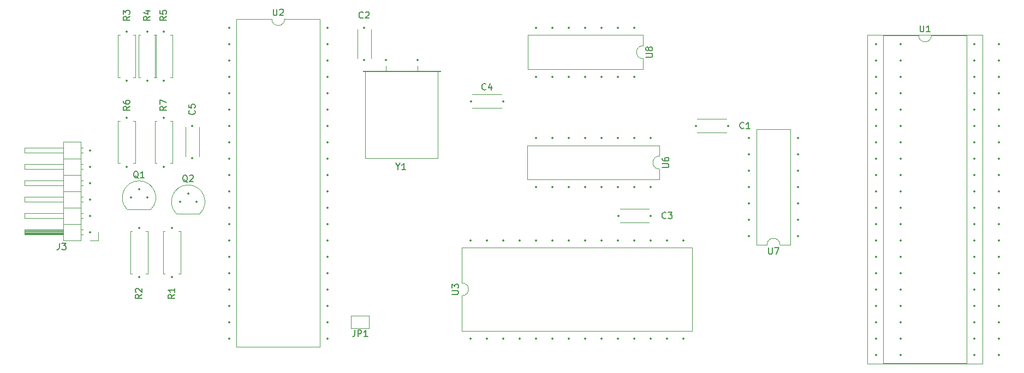
<source format=gto>
%TF.GenerationSoftware,KiCad,Pcbnew,8.0.5+1*%
%TF.CreationDate,2024-10-09T15:07:38+02:00*%
%TF.ProjectId,QL_PC0084A_keyboard_adapter,514c5f50-4330-4303-9834-415f6b657962,0*%
%TF.SameCoordinates,Original*%
%TF.FileFunction,Legend,Top*%
%TF.FilePolarity,Positive*%
%FSLAX46Y46*%
G04 Gerber Fmt 4.6, Leading zero omitted, Abs format (unit mm)*
G04 Created by KiCad (PCBNEW 8.0.5+1) date 2024-10-09 15:07:38*
%MOMM*%
%LPD*%
G01*
G04 APERTURE LIST*
%ADD10C,0.150000*%
%ADD11C,0.120000*%
%ADD12C,0.350000*%
G04 APERTURE END LIST*
D10*
X122428095Y-75864819D02*
X122428095Y-76674342D01*
X122428095Y-76674342D02*
X122475714Y-76769580D01*
X122475714Y-76769580D02*
X122523333Y-76817200D01*
X122523333Y-76817200D02*
X122618571Y-76864819D01*
X122618571Y-76864819D02*
X122809047Y-76864819D01*
X122809047Y-76864819D02*
X122904285Y-76817200D01*
X122904285Y-76817200D02*
X122951904Y-76769580D01*
X122951904Y-76769580D02*
X122999523Y-76674342D01*
X122999523Y-76674342D02*
X122999523Y-75864819D01*
X123428095Y-75960057D02*
X123475714Y-75912438D01*
X123475714Y-75912438D02*
X123570952Y-75864819D01*
X123570952Y-75864819D02*
X123809047Y-75864819D01*
X123809047Y-75864819D02*
X123904285Y-75912438D01*
X123904285Y-75912438D02*
X123951904Y-75960057D01*
X123951904Y-75960057D02*
X123999523Y-76055295D01*
X123999523Y-76055295D02*
X123999523Y-76150533D01*
X123999523Y-76150533D02*
X123951904Y-76293390D01*
X123951904Y-76293390D02*
X123380476Y-76864819D01*
X123380476Y-76864819D02*
X123999523Y-76864819D01*
X180224819Y-83321904D02*
X181034342Y-83321904D01*
X181034342Y-83321904D02*
X181129580Y-83274285D01*
X181129580Y-83274285D02*
X181177200Y-83226666D01*
X181177200Y-83226666D02*
X181224819Y-83131428D01*
X181224819Y-83131428D02*
X181224819Y-82940952D01*
X181224819Y-82940952D02*
X181177200Y-82845714D01*
X181177200Y-82845714D02*
X181129580Y-82798095D01*
X181129580Y-82798095D02*
X181034342Y-82750476D01*
X181034342Y-82750476D02*
X180224819Y-82750476D01*
X180653390Y-82131428D02*
X180605771Y-82226666D01*
X180605771Y-82226666D02*
X180558152Y-82274285D01*
X180558152Y-82274285D02*
X180462914Y-82321904D01*
X180462914Y-82321904D02*
X180415295Y-82321904D01*
X180415295Y-82321904D02*
X180320057Y-82274285D01*
X180320057Y-82274285D02*
X180272438Y-82226666D01*
X180272438Y-82226666D02*
X180224819Y-82131428D01*
X180224819Y-82131428D02*
X180224819Y-81940952D01*
X180224819Y-81940952D02*
X180272438Y-81845714D01*
X180272438Y-81845714D02*
X180320057Y-81798095D01*
X180320057Y-81798095D02*
X180415295Y-81750476D01*
X180415295Y-81750476D02*
X180462914Y-81750476D01*
X180462914Y-81750476D02*
X180558152Y-81798095D01*
X180558152Y-81798095D02*
X180605771Y-81845714D01*
X180605771Y-81845714D02*
X180653390Y-81940952D01*
X180653390Y-81940952D02*
X180653390Y-82131428D01*
X180653390Y-82131428D02*
X180701009Y-82226666D01*
X180701009Y-82226666D02*
X180748628Y-82274285D01*
X180748628Y-82274285D02*
X180843866Y-82321904D01*
X180843866Y-82321904D02*
X181034342Y-82321904D01*
X181034342Y-82321904D02*
X181129580Y-82274285D01*
X181129580Y-82274285D02*
X181177200Y-82226666D01*
X181177200Y-82226666D02*
X181224819Y-82131428D01*
X181224819Y-82131428D02*
X181224819Y-81940952D01*
X181224819Y-81940952D02*
X181177200Y-81845714D01*
X181177200Y-81845714D02*
X181129580Y-81798095D01*
X181129580Y-81798095D02*
X181034342Y-81750476D01*
X181034342Y-81750476D02*
X180843866Y-81750476D01*
X180843866Y-81750476D02*
X180748628Y-81798095D01*
X180748628Y-81798095D02*
X180701009Y-81845714D01*
X180701009Y-81845714D02*
X180653390Y-81940952D01*
X222758095Y-78404819D02*
X222758095Y-79214342D01*
X222758095Y-79214342D02*
X222805714Y-79309580D01*
X222805714Y-79309580D02*
X222853333Y-79357200D01*
X222853333Y-79357200D02*
X222948571Y-79404819D01*
X222948571Y-79404819D02*
X223139047Y-79404819D01*
X223139047Y-79404819D02*
X223234285Y-79357200D01*
X223234285Y-79357200D02*
X223281904Y-79309580D01*
X223281904Y-79309580D02*
X223329523Y-79214342D01*
X223329523Y-79214342D02*
X223329523Y-78404819D01*
X224329523Y-79404819D02*
X223758095Y-79404819D01*
X224043809Y-79404819D02*
X224043809Y-78404819D01*
X224043809Y-78404819D02*
X223948571Y-78547676D01*
X223948571Y-78547676D02*
X223853333Y-78642914D01*
X223853333Y-78642914D02*
X223758095Y-78690533D01*
X109124761Y-102760057D02*
X109029523Y-102712438D01*
X109029523Y-102712438D02*
X108934285Y-102617200D01*
X108934285Y-102617200D02*
X108791428Y-102474342D01*
X108791428Y-102474342D02*
X108696190Y-102426723D01*
X108696190Y-102426723D02*
X108600952Y-102426723D01*
X108648571Y-102664819D02*
X108553333Y-102617200D01*
X108553333Y-102617200D02*
X108458095Y-102521961D01*
X108458095Y-102521961D02*
X108410476Y-102331485D01*
X108410476Y-102331485D02*
X108410476Y-101998152D01*
X108410476Y-101998152D02*
X108458095Y-101807676D01*
X108458095Y-101807676D02*
X108553333Y-101712438D01*
X108553333Y-101712438D02*
X108648571Y-101664819D01*
X108648571Y-101664819D02*
X108839047Y-101664819D01*
X108839047Y-101664819D02*
X108934285Y-101712438D01*
X108934285Y-101712438D02*
X109029523Y-101807676D01*
X109029523Y-101807676D02*
X109077142Y-101998152D01*
X109077142Y-101998152D02*
X109077142Y-102331485D01*
X109077142Y-102331485D02*
X109029523Y-102521961D01*
X109029523Y-102521961D02*
X108934285Y-102617200D01*
X108934285Y-102617200D02*
X108839047Y-102664819D01*
X108839047Y-102664819D02*
X108648571Y-102664819D01*
X109458095Y-101760057D02*
X109505714Y-101712438D01*
X109505714Y-101712438D02*
X109600952Y-101664819D01*
X109600952Y-101664819D02*
X109839047Y-101664819D01*
X109839047Y-101664819D02*
X109934285Y-101712438D01*
X109934285Y-101712438D02*
X109981904Y-101760057D01*
X109981904Y-101760057D02*
X110029523Y-101855295D01*
X110029523Y-101855295D02*
X110029523Y-101950533D01*
X110029523Y-101950533D02*
X109981904Y-102093390D01*
X109981904Y-102093390D02*
X109410476Y-102664819D01*
X109410476Y-102664819D02*
X110029523Y-102664819D01*
X105864819Y-77001666D02*
X105388628Y-77334999D01*
X105864819Y-77573094D02*
X104864819Y-77573094D01*
X104864819Y-77573094D02*
X104864819Y-77192142D01*
X104864819Y-77192142D02*
X104912438Y-77096904D01*
X104912438Y-77096904D02*
X104960057Y-77049285D01*
X104960057Y-77049285D02*
X105055295Y-77001666D01*
X105055295Y-77001666D02*
X105198152Y-77001666D01*
X105198152Y-77001666D02*
X105293390Y-77049285D01*
X105293390Y-77049285D02*
X105341009Y-77096904D01*
X105341009Y-77096904D02*
X105388628Y-77192142D01*
X105388628Y-77192142D02*
X105388628Y-77573094D01*
X104864819Y-76096904D02*
X104864819Y-76573094D01*
X104864819Y-76573094D02*
X105341009Y-76620713D01*
X105341009Y-76620713D02*
X105293390Y-76573094D01*
X105293390Y-76573094D02*
X105245771Y-76477856D01*
X105245771Y-76477856D02*
X105245771Y-76239761D01*
X105245771Y-76239761D02*
X105293390Y-76144523D01*
X105293390Y-76144523D02*
X105341009Y-76096904D01*
X105341009Y-76096904D02*
X105436247Y-76049285D01*
X105436247Y-76049285D02*
X105674342Y-76049285D01*
X105674342Y-76049285D02*
X105769580Y-76096904D01*
X105769580Y-76096904D02*
X105817200Y-76144523D01*
X105817200Y-76144523D02*
X105864819Y-76239761D01*
X105864819Y-76239761D02*
X105864819Y-76477856D01*
X105864819Y-76477856D02*
X105817200Y-76573094D01*
X105817200Y-76573094D02*
X105769580Y-76620713D01*
X136358333Y-77194580D02*
X136310714Y-77242200D01*
X136310714Y-77242200D02*
X136167857Y-77289819D01*
X136167857Y-77289819D02*
X136072619Y-77289819D01*
X136072619Y-77289819D02*
X135929762Y-77242200D01*
X135929762Y-77242200D02*
X135834524Y-77146961D01*
X135834524Y-77146961D02*
X135786905Y-77051723D01*
X135786905Y-77051723D02*
X135739286Y-76861247D01*
X135739286Y-76861247D02*
X135739286Y-76718390D01*
X135739286Y-76718390D02*
X135786905Y-76527914D01*
X135786905Y-76527914D02*
X135834524Y-76432676D01*
X135834524Y-76432676D02*
X135929762Y-76337438D01*
X135929762Y-76337438D02*
X136072619Y-76289819D01*
X136072619Y-76289819D02*
X136167857Y-76289819D01*
X136167857Y-76289819D02*
X136310714Y-76337438D01*
X136310714Y-76337438D02*
X136358333Y-76385057D01*
X136739286Y-76385057D02*
X136786905Y-76337438D01*
X136786905Y-76337438D02*
X136882143Y-76289819D01*
X136882143Y-76289819D02*
X137120238Y-76289819D01*
X137120238Y-76289819D02*
X137215476Y-76337438D01*
X137215476Y-76337438D02*
X137263095Y-76385057D01*
X137263095Y-76385057D02*
X137310714Y-76480295D01*
X137310714Y-76480295D02*
X137310714Y-76575533D01*
X137310714Y-76575533D02*
X137263095Y-76718390D01*
X137263095Y-76718390D02*
X136691667Y-77289819D01*
X136691667Y-77289819D02*
X137310714Y-77289819D01*
X101504761Y-102125057D02*
X101409523Y-102077438D01*
X101409523Y-102077438D02*
X101314285Y-101982200D01*
X101314285Y-101982200D02*
X101171428Y-101839342D01*
X101171428Y-101839342D02*
X101076190Y-101791723D01*
X101076190Y-101791723D02*
X100980952Y-101791723D01*
X101028571Y-102029819D02*
X100933333Y-101982200D01*
X100933333Y-101982200D02*
X100838095Y-101886961D01*
X100838095Y-101886961D02*
X100790476Y-101696485D01*
X100790476Y-101696485D02*
X100790476Y-101363152D01*
X100790476Y-101363152D02*
X100838095Y-101172676D01*
X100838095Y-101172676D02*
X100933333Y-101077438D01*
X100933333Y-101077438D02*
X101028571Y-101029819D01*
X101028571Y-101029819D02*
X101219047Y-101029819D01*
X101219047Y-101029819D02*
X101314285Y-101077438D01*
X101314285Y-101077438D02*
X101409523Y-101172676D01*
X101409523Y-101172676D02*
X101457142Y-101363152D01*
X101457142Y-101363152D02*
X101457142Y-101696485D01*
X101457142Y-101696485D02*
X101409523Y-101886961D01*
X101409523Y-101886961D02*
X101314285Y-101982200D01*
X101314285Y-101982200D02*
X101219047Y-102029819D01*
X101219047Y-102029819D02*
X101028571Y-102029819D01*
X102409523Y-102029819D02*
X101838095Y-102029819D01*
X102123809Y-102029819D02*
X102123809Y-101029819D01*
X102123809Y-101029819D02*
X102028571Y-101172676D01*
X102028571Y-101172676D02*
X101933333Y-101267914D01*
X101933333Y-101267914D02*
X101838095Y-101315533D01*
X182759819Y-100456904D02*
X183569342Y-100456904D01*
X183569342Y-100456904D02*
X183664580Y-100409285D01*
X183664580Y-100409285D02*
X183712200Y-100361666D01*
X183712200Y-100361666D02*
X183759819Y-100266428D01*
X183759819Y-100266428D02*
X183759819Y-100075952D01*
X183759819Y-100075952D02*
X183712200Y-99980714D01*
X183712200Y-99980714D02*
X183664580Y-99933095D01*
X183664580Y-99933095D02*
X183569342Y-99885476D01*
X183569342Y-99885476D02*
X182759819Y-99885476D01*
X182759819Y-98980714D02*
X182759819Y-99171190D01*
X182759819Y-99171190D02*
X182807438Y-99266428D01*
X182807438Y-99266428D02*
X182855057Y-99314047D01*
X182855057Y-99314047D02*
X182997914Y-99409285D01*
X182997914Y-99409285D02*
X183188390Y-99456904D01*
X183188390Y-99456904D02*
X183569342Y-99456904D01*
X183569342Y-99456904D02*
X183664580Y-99409285D01*
X183664580Y-99409285D02*
X183712200Y-99361666D01*
X183712200Y-99361666D02*
X183759819Y-99266428D01*
X183759819Y-99266428D02*
X183759819Y-99075952D01*
X183759819Y-99075952D02*
X183712200Y-98980714D01*
X183712200Y-98980714D02*
X183664580Y-98933095D01*
X183664580Y-98933095D02*
X183569342Y-98885476D01*
X183569342Y-98885476D02*
X183331247Y-98885476D01*
X183331247Y-98885476D02*
X183236009Y-98933095D01*
X183236009Y-98933095D02*
X183188390Y-98980714D01*
X183188390Y-98980714D02*
X183140771Y-99075952D01*
X183140771Y-99075952D02*
X183140771Y-99266428D01*
X183140771Y-99266428D02*
X183188390Y-99361666D01*
X183188390Y-99361666D02*
X183236009Y-99409285D01*
X183236009Y-99409285D02*
X183331247Y-99456904D01*
X110214580Y-91606666D02*
X110262200Y-91654285D01*
X110262200Y-91654285D02*
X110309819Y-91797142D01*
X110309819Y-91797142D02*
X110309819Y-91892380D01*
X110309819Y-91892380D02*
X110262200Y-92035237D01*
X110262200Y-92035237D02*
X110166961Y-92130475D01*
X110166961Y-92130475D02*
X110071723Y-92178094D01*
X110071723Y-92178094D02*
X109881247Y-92225713D01*
X109881247Y-92225713D02*
X109738390Y-92225713D01*
X109738390Y-92225713D02*
X109547914Y-92178094D01*
X109547914Y-92178094D02*
X109452676Y-92130475D01*
X109452676Y-92130475D02*
X109357438Y-92035237D01*
X109357438Y-92035237D02*
X109309819Y-91892380D01*
X109309819Y-91892380D02*
X109309819Y-91797142D01*
X109309819Y-91797142D02*
X109357438Y-91654285D01*
X109357438Y-91654285D02*
X109405057Y-91606666D01*
X109309819Y-90701904D02*
X109309819Y-91178094D01*
X109309819Y-91178094D02*
X109786009Y-91225713D01*
X109786009Y-91225713D02*
X109738390Y-91178094D01*
X109738390Y-91178094D02*
X109690771Y-91082856D01*
X109690771Y-91082856D02*
X109690771Y-90844761D01*
X109690771Y-90844761D02*
X109738390Y-90749523D01*
X109738390Y-90749523D02*
X109786009Y-90701904D01*
X109786009Y-90701904D02*
X109881247Y-90654285D01*
X109881247Y-90654285D02*
X110119342Y-90654285D01*
X110119342Y-90654285D02*
X110214580Y-90701904D01*
X110214580Y-90701904D02*
X110262200Y-90749523D01*
X110262200Y-90749523D02*
X110309819Y-90844761D01*
X110309819Y-90844761D02*
X110309819Y-91082856D01*
X110309819Y-91082856D02*
X110262200Y-91178094D01*
X110262200Y-91178094D02*
X110214580Y-91225713D01*
X155408333Y-88329580D02*
X155360714Y-88377200D01*
X155360714Y-88377200D02*
X155217857Y-88424819D01*
X155217857Y-88424819D02*
X155122619Y-88424819D01*
X155122619Y-88424819D02*
X154979762Y-88377200D01*
X154979762Y-88377200D02*
X154884524Y-88281961D01*
X154884524Y-88281961D02*
X154836905Y-88186723D01*
X154836905Y-88186723D02*
X154789286Y-87996247D01*
X154789286Y-87996247D02*
X154789286Y-87853390D01*
X154789286Y-87853390D02*
X154836905Y-87662914D01*
X154836905Y-87662914D02*
X154884524Y-87567676D01*
X154884524Y-87567676D02*
X154979762Y-87472438D01*
X154979762Y-87472438D02*
X155122619Y-87424819D01*
X155122619Y-87424819D02*
X155217857Y-87424819D01*
X155217857Y-87424819D02*
X155360714Y-87472438D01*
X155360714Y-87472438D02*
X155408333Y-87520057D01*
X156265476Y-87758152D02*
X156265476Y-88424819D01*
X156027381Y-87377200D02*
X155789286Y-88091485D01*
X155789286Y-88091485D02*
X156408333Y-88091485D01*
X195413333Y-94339580D02*
X195365714Y-94387200D01*
X195365714Y-94387200D02*
X195222857Y-94434819D01*
X195222857Y-94434819D02*
X195127619Y-94434819D01*
X195127619Y-94434819D02*
X194984762Y-94387200D01*
X194984762Y-94387200D02*
X194889524Y-94291961D01*
X194889524Y-94291961D02*
X194841905Y-94196723D01*
X194841905Y-94196723D02*
X194794286Y-94006247D01*
X194794286Y-94006247D02*
X194794286Y-93863390D01*
X194794286Y-93863390D02*
X194841905Y-93672914D01*
X194841905Y-93672914D02*
X194889524Y-93577676D01*
X194889524Y-93577676D02*
X194984762Y-93482438D01*
X194984762Y-93482438D02*
X195127619Y-93434819D01*
X195127619Y-93434819D02*
X195222857Y-93434819D01*
X195222857Y-93434819D02*
X195365714Y-93482438D01*
X195365714Y-93482438D02*
X195413333Y-93530057D01*
X196365714Y-94434819D02*
X195794286Y-94434819D01*
X196080000Y-94434819D02*
X196080000Y-93434819D01*
X196080000Y-93434819D02*
X195984762Y-93577676D01*
X195984762Y-93577676D02*
X195889524Y-93672914D01*
X195889524Y-93672914D02*
X195794286Y-93720533D01*
X105864819Y-90971666D02*
X105388628Y-91304999D01*
X105864819Y-91543094D02*
X104864819Y-91543094D01*
X104864819Y-91543094D02*
X104864819Y-91162142D01*
X104864819Y-91162142D02*
X104912438Y-91066904D01*
X104912438Y-91066904D02*
X104960057Y-91019285D01*
X104960057Y-91019285D02*
X105055295Y-90971666D01*
X105055295Y-90971666D02*
X105198152Y-90971666D01*
X105198152Y-90971666D02*
X105293390Y-91019285D01*
X105293390Y-91019285D02*
X105341009Y-91066904D01*
X105341009Y-91066904D02*
X105388628Y-91162142D01*
X105388628Y-91162142D02*
X105388628Y-91543094D01*
X104864819Y-90638332D02*
X104864819Y-89971666D01*
X104864819Y-89971666D02*
X105864819Y-90400237D01*
X183348333Y-108309580D02*
X183300714Y-108357200D01*
X183300714Y-108357200D02*
X183157857Y-108404819D01*
X183157857Y-108404819D02*
X183062619Y-108404819D01*
X183062619Y-108404819D02*
X182919762Y-108357200D01*
X182919762Y-108357200D02*
X182824524Y-108261961D01*
X182824524Y-108261961D02*
X182776905Y-108166723D01*
X182776905Y-108166723D02*
X182729286Y-107976247D01*
X182729286Y-107976247D02*
X182729286Y-107833390D01*
X182729286Y-107833390D02*
X182776905Y-107642914D01*
X182776905Y-107642914D02*
X182824524Y-107547676D01*
X182824524Y-107547676D02*
X182919762Y-107452438D01*
X182919762Y-107452438D02*
X183062619Y-107404819D01*
X183062619Y-107404819D02*
X183157857Y-107404819D01*
X183157857Y-107404819D02*
X183300714Y-107452438D01*
X183300714Y-107452438D02*
X183348333Y-107500057D01*
X183681667Y-107404819D02*
X184300714Y-107404819D01*
X184300714Y-107404819D02*
X183967381Y-107785771D01*
X183967381Y-107785771D02*
X184110238Y-107785771D01*
X184110238Y-107785771D02*
X184205476Y-107833390D01*
X184205476Y-107833390D02*
X184253095Y-107881009D01*
X184253095Y-107881009D02*
X184300714Y-107976247D01*
X184300714Y-107976247D02*
X184300714Y-108214342D01*
X184300714Y-108214342D02*
X184253095Y-108309580D01*
X184253095Y-108309580D02*
X184205476Y-108357200D01*
X184205476Y-108357200D02*
X184110238Y-108404819D01*
X184110238Y-108404819D02*
X183824524Y-108404819D01*
X183824524Y-108404819D02*
X183729286Y-108357200D01*
X183729286Y-108357200D02*
X183681667Y-108309580D01*
X141763809Y-100308628D02*
X141763809Y-100784819D01*
X141430476Y-99784819D02*
X141763809Y-100308628D01*
X141763809Y-100308628D02*
X142097142Y-99784819D01*
X142954285Y-100784819D02*
X142382857Y-100784819D01*
X142668571Y-100784819D02*
X142668571Y-99784819D01*
X142668571Y-99784819D02*
X142573333Y-99927676D01*
X142573333Y-99927676D02*
X142478095Y-100022914D01*
X142478095Y-100022914D02*
X142382857Y-100070533D01*
X103324819Y-77001666D02*
X102848628Y-77334999D01*
X103324819Y-77573094D02*
X102324819Y-77573094D01*
X102324819Y-77573094D02*
X102324819Y-77192142D01*
X102324819Y-77192142D02*
X102372438Y-77096904D01*
X102372438Y-77096904D02*
X102420057Y-77049285D01*
X102420057Y-77049285D02*
X102515295Y-77001666D01*
X102515295Y-77001666D02*
X102658152Y-77001666D01*
X102658152Y-77001666D02*
X102753390Y-77049285D01*
X102753390Y-77049285D02*
X102801009Y-77096904D01*
X102801009Y-77096904D02*
X102848628Y-77192142D01*
X102848628Y-77192142D02*
X102848628Y-77573094D01*
X102658152Y-76144523D02*
X103324819Y-76144523D01*
X102277200Y-76382618D02*
X102991485Y-76620713D01*
X102991485Y-76620713D02*
X102991485Y-76001666D01*
X107134819Y-120181666D02*
X106658628Y-120514999D01*
X107134819Y-120753094D02*
X106134819Y-120753094D01*
X106134819Y-120753094D02*
X106134819Y-120372142D01*
X106134819Y-120372142D02*
X106182438Y-120276904D01*
X106182438Y-120276904D02*
X106230057Y-120229285D01*
X106230057Y-120229285D02*
X106325295Y-120181666D01*
X106325295Y-120181666D02*
X106468152Y-120181666D01*
X106468152Y-120181666D02*
X106563390Y-120229285D01*
X106563390Y-120229285D02*
X106611009Y-120276904D01*
X106611009Y-120276904D02*
X106658628Y-120372142D01*
X106658628Y-120372142D02*
X106658628Y-120753094D01*
X107134819Y-119229285D02*
X107134819Y-119800713D01*
X107134819Y-119514999D02*
X106134819Y-119514999D01*
X106134819Y-119514999D02*
X106277676Y-119610237D01*
X106277676Y-119610237D02*
X106372914Y-119705475D01*
X106372914Y-119705475D02*
X106420533Y-119800713D01*
X102054819Y-120181666D02*
X101578628Y-120514999D01*
X102054819Y-120753094D02*
X101054819Y-120753094D01*
X101054819Y-120753094D02*
X101054819Y-120372142D01*
X101054819Y-120372142D02*
X101102438Y-120276904D01*
X101102438Y-120276904D02*
X101150057Y-120229285D01*
X101150057Y-120229285D02*
X101245295Y-120181666D01*
X101245295Y-120181666D02*
X101388152Y-120181666D01*
X101388152Y-120181666D02*
X101483390Y-120229285D01*
X101483390Y-120229285D02*
X101531009Y-120276904D01*
X101531009Y-120276904D02*
X101578628Y-120372142D01*
X101578628Y-120372142D02*
X101578628Y-120753094D01*
X101150057Y-119800713D02*
X101102438Y-119753094D01*
X101102438Y-119753094D02*
X101054819Y-119657856D01*
X101054819Y-119657856D02*
X101054819Y-119419761D01*
X101054819Y-119419761D02*
X101102438Y-119324523D01*
X101102438Y-119324523D02*
X101150057Y-119276904D01*
X101150057Y-119276904D02*
X101245295Y-119229285D01*
X101245295Y-119229285D02*
X101340533Y-119229285D01*
X101340533Y-119229285D02*
X101483390Y-119276904D01*
X101483390Y-119276904D02*
X102054819Y-119848332D01*
X102054819Y-119848332D02*
X102054819Y-119229285D01*
X100149819Y-90971666D02*
X99673628Y-91304999D01*
X100149819Y-91543094D02*
X99149819Y-91543094D01*
X99149819Y-91543094D02*
X99149819Y-91162142D01*
X99149819Y-91162142D02*
X99197438Y-91066904D01*
X99197438Y-91066904D02*
X99245057Y-91019285D01*
X99245057Y-91019285D02*
X99340295Y-90971666D01*
X99340295Y-90971666D02*
X99483152Y-90971666D01*
X99483152Y-90971666D02*
X99578390Y-91019285D01*
X99578390Y-91019285D02*
X99626009Y-91066904D01*
X99626009Y-91066904D02*
X99673628Y-91162142D01*
X99673628Y-91162142D02*
X99673628Y-91543094D01*
X99149819Y-90114523D02*
X99149819Y-90304999D01*
X99149819Y-90304999D02*
X99197438Y-90400237D01*
X99197438Y-90400237D02*
X99245057Y-90447856D01*
X99245057Y-90447856D02*
X99387914Y-90543094D01*
X99387914Y-90543094D02*
X99578390Y-90590713D01*
X99578390Y-90590713D02*
X99959342Y-90590713D01*
X99959342Y-90590713D02*
X100054580Y-90543094D01*
X100054580Y-90543094D02*
X100102200Y-90495475D01*
X100102200Y-90495475D02*
X100149819Y-90400237D01*
X100149819Y-90400237D02*
X100149819Y-90209761D01*
X100149819Y-90209761D02*
X100102200Y-90114523D01*
X100102200Y-90114523D02*
X100054580Y-90066904D01*
X100054580Y-90066904D02*
X99959342Y-90019285D01*
X99959342Y-90019285D02*
X99721247Y-90019285D01*
X99721247Y-90019285D02*
X99626009Y-90066904D01*
X99626009Y-90066904D02*
X99578390Y-90114523D01*
X99578390Y-90114523D02*
X99530771Y-90209761D01*
X99530771Y-90209761D02*
X99530771Y-90400237D01*
X99530771Y-90400237D02*
X99578390Y-90495475D01*
X99578390Y-90495475D02*
X99626009Y-90543094D01*
X99626009Y-90543094D02*
X99721247Y-90590713D01*
X199253095Y-112909819D02*
X199253095Y-113719342D01*
X199253095Y-113719342D02*
X199300714Y-113814580D01*
X199300714Y-113814580D02*
X199348333Y-113862200D01*
X199348333Y-113862200D02*
X199443571Y-113909819D01*
X199443571Y-113909819D02*
X199634047Y-113909819D01*
X199634047Y-113909819D02*
X199729285Y-113862200D01*
X199729285Y-113862200D02*
X199776904Y-113814580D01*
X199776904Y-113814580D02*
X199824523Y-113719342D01*
X199824523Y-113719342D02*
X199824523Y-112909819D01*
X200205476Y-112909819D02*
X200872142Y-112909819D01*
X200872142Y-112909819D02*
X200443571Y-113909819D01*
X100149819Y-77001666D02*
X99673628Y-77334999D01*
X100149819Y-77573094D02*
X99149819Y-77573094D01*
X99149819Y-77573094D02*
X99149819Y-77192142D01*
X99149819Y-77192142D02*
X99197438Y-77096904D01*
X99197438Y-77096904D02*
X99245057Y-77049285D01*
X99245057Y-77049285D02*
X99340295Y-77001666D01*
X99340295Y-77001666D02*
X99483152Y-77001666D01*
X99483152Y-77001666D02*
X99578390Y-77049285D01*
X99578390Y-77049285D02*
X99626009Y-77096904D01*
X99626009Y-77096904D02*
X99673628Y-77192142D01*
X99673628Y-77192142D02*
X99673628Y-77573094D01*
X99149819Y-76668332D02*
X99149819Y-76049285D01*
X99149819Y-76049285D02*
X99530771Y-76382618D01*
X99530771Y-76382618D02*
X99530771Y-76239761D01*
X99530771Y-76239761D02*
X99578390Y-76144523D01*
X99578390Y-76144523D02*
X99626009Y-76096904D01*
X99626009Y-76096904D02*
X99721247Y-76049285D01*
X99721247Y-76049285D02*
X99959342Y-76049285D01*
X99959342Y-76049285D02*
X100054580Y-76096904D01*
X100054580Y-76096904D02*
X100102200Y-76144523D01*
X100102200Y-76144523D02*
X100149819Y-76239761D01*
X100149819Y-76239761D02*
X100149819Y-76525475D01*
X100149819Y-76525475D02*
X100102200Y-76620713D01*
X100102200Y-76620713D02*
X100054580Y-76668332D01*
X150159819Y-120141904D02*
X150969342Y-120141904D01*
X150969342Y-120141904D02*
X151064580Y-120094285D01*
X151064580Y-120094285D02*
X151112200Y-120046666D01*
X151112200Y-120046666D02*
X151159819Y-119951428D01*
X151159819Y-119951428D02*
X151159819Y-119760952D01*
X151159819Y-119760952D02*
X151112200Y-119665714D01*
X151112200Y-119665714D02*
X151064580Y-119618095D01*
X151064580Y-119618095D02*
X150969342Y-119570476D01*
X150969342Y-119570476D02*
X150159819Y-119570476D01*
X150159819Y-119189523D02*
X150159819Y-118570476D01*
X150159819Y-118570476D02*
X150540771Y-118903809D01*
X150540771Y-118903809D02*
X150540771Y-118760952D01*
X150540771Y-118760952D02*
X150588390Y-118665714D01*
X150588390Y-118665714D02*
X150636009Y-118618095D01*
X150636009Y-118618095D02*
X150731247Y-118570476D01*
X150731247Y-118570476D02*
X150969342Y-118570476D01*
X150969342Y-118570476D02*
X151064580Y-118618095D01*
X151064580Y-118618095D02*
X151112200Y-118665714D01*
X151112200Y-118665714D02*
X151159819Y-118760952D01*
X151159819Y-118760952D02*
X151159819Y-119046666D01*
X151159819Y-119046666D02*
X151112200Y-119141904D01*
X151112200Y-119141904D02*
X151064580Y-119189523D01*
X89261666Y-112214819D02*
X89261666Y-112929104D01*
X89261666Y-112929104D02*
X89214047Y-113071961D01*
X89214047Y-113071961D02*
X89118809Y-113167200D01*
X89118809Y-113167200D02*
X88975952Y-113214819D01*
X88975952Y-113214819D02*
X88880714Y-113214819D01*
X89642619Y-112214819D02*
X90261666Y-112214819D01*
X90261666Y-112214819D02*
X89928333Y-112595771D01*
X89928333Y-112595771D02*
X90071190Y-112595771D01*
X90071190Y-112595771D02*
X90166428Y-112643390D01*
X90166428Y-112643390D02*
X90214047Y-112691009D01*
X90214047Y-112691009D02*
X90261666Y-112786247D01*
X90261666Y-112786247D02*
X90261666Y-113024342D01*
X90261666Y-113024342D02*
X90214047Y-113119580D01*
X90214047Y-113119580D02*
X90166428Y-113167200D01*
X90166428Y-113167200D02*
X90071190Y-113214819D01*
X90071190Y-113214819D02*
X89785476Y-113214819D01*
X89785476Y-113214819D02*
X89690238Y-113167200D01*
X89690238Y-113167200D02*
X89642619Y-113119580D01*
X135071666Y-125714819D02*
X135071666Y-126429104D01*
X135071666Y-126429104D02*
X135024047Y-126571961D01*
X135024047Y-126571961D02*
X134928809Y-126667200D01*
X134928809Y-126667200D02*
X134785952Y-126714819D01*
X134785952Y-126714819D02*
X134690714Y-126714819D01*
X135547857Y-126714819D02*
X135547857Y-125714819D01*
X135547857Y-125714819D02*
X135928809Y-125714819D01*
X135928809Y-125714819D02*
X136024047Y-125762438D01*
X136024047Y-125762438D02*
X136071666Y-125810057D01*
X136071666Y-125810057D02*
X136119285Y-125905295D01*
X136119285Y-125905295D02*
X136119285Y-126048152D01*
X136119285Y-126048152D02*
X136071666Y-126143390D01*
X136071666Y-126143390D02*
X136024047Y-126191009D01*
X136024047Y-126191009D02*
X135928809Y-126238628D01*
X135928809Y-126238628D02*
X135547857Y-126238628D01*
X137071666Y-126714819D02*
X136500238Y-126714819D01*
X136785952Y-126714819D02*
X136785952Y-125714819D01*
X136785952Y-125714819D02*
X136690714Y-125857676D01*
X136690714Y-125857676D02*
X136595476Y-125952914D01*
X136595476Y-125952914D02*
X136500238Y-126000533D01*
D11*
%TO.C,U2*%
X116730000Y-77410000D02*
X116730000Y-128330000D01*
X116730000Y-128330000D02*
X129650000Y-128330000D01*
X122190000Y-77410000D02*
X116730000Y-77410000D01*
X129650000Y-77410000D02*
X124190000Y-77410000D01*
X129650000Y-128330000D02*
X129650000Y-77410000D01*
X124190000Y-77410000D02*
G75*
G02*
X122190000Y-77410000I-1000000J0D01*
G01*
%TO.C,U8*%
X161870000Y-79910000D02*
X161870000Y-85210000D01*
X161870000Y-85210000D02*
X179770000Y-85210000D01*
X179770000Y-79910000D02*
X161870000Y-79910000D01*
X179770000Y-81560000D02*
X179770000Y-79910000D01*
X179770000Y-85210000D02*
X179770000Y-83560000D01*
X179770000Y-83560000D02*
G75*
G02*
X179770000Y-81560000I0J1000000D01*
G01*
%TO.C,U1*%
X214570000Y-79890000D02*
X214570000Y-130930000D01*
X214570000Y-130930000D02*
X232470000Y-130930000D01*
X217060000Y-79950000D02*
X217060000Y-130870000D01*
X217060000Y-130870000D02*
X229980000Y-130870000D01*
X222520000Y-79950000D02*
X217060000Y-79950000D01*
X229980000Y-79950000D02*
X224520000Y-79950000D01*
X229980000Y-130870000D02*
X229980000Y-79950000D01*
X232470000Y-79890000D02*
X214570000Y-79890000D01*
X232470000Y-130930000D02*
X232470000Y-79890000D01*
X224520000Y-79950000D02*
G75*
G02*
X222520000Y-79950000I-1000000J0D01*
G01*
%TO.C,Q2*%
X107420000Y-107620000D02*
X111020000Y-107620000D01*
X107381522Y-107608478D02*
G75*
G02*
X109220000Y-103169999I1838478J1838478D01*
G01*
X109220000Y-103170000D02*
G75*
G02*
X111058478Y-107608478I0J-2600000D01*
G01*
%TO.C,R5*%
X104040000Y-79915000D02*
X104370000Y-79915000D01*
X104040000Y-86455000D02*
X104040000Y-79915000D01*
X104370000Y-86455000D02*
X104040000Y-86455000D01*
X106450000Y-86455000D02*
X106780000Y-86455000D01*
X106780000Y-79915000D02*
X106450000Y-79915000D01*
X106780000Y-86455000D02*
X106780000Y-79915000D01*
%TO.C,C2*%
X135455000Y-79010000D02*
X135470000Y-79010000D01*
X135455000Y-83550000D02*
X135455000Y-79010000D01*
X135455000Y-83550000D02*
X135470000Y-83550000D01*
X137580000Y-79010000D02*
X137595000Y-79010000D01*
X137580000Y-83550000D02*
X137595000Y-83550000D01*
X137595000Y-83550000D02*
X137595000Y-79010000D01*
%TO.C,Q1*%
X99800000Y-106985000D02*
X103400000Y-106985000D01*
X99761522Y-106973478D02*
G75*
G02*
X101600000Y-102534999I1838478J1838478D01*
G01*
X101600000Y-102535000D02*
G75*
G02*
X103438478Y-106973478I0J-2600000D01*
G01*
%TO.C,U6*%
X161865000Y-97045000D02*
X161865000Y-102345000D01*
X161865000Y-102345000D02*
X182305000Y-102345000D01*
X182305000Y-97045000D02*
X161865000Y-97045000D01*
X182305000Y-98695000D02*
X182305000Y-97045000D01*
X182305000Y-102345000D02*
X182305000Y-100695000D01*
X182305000Y-100695000D02*
G75*
G02*
X182305000Y-98695000I0J1000000D01*
G01*
%TO.C,C5*%
X108785000Y-94210000D02*
X108800000Y-94210000D01*
X108785000Y-98750000D02*
X108785000Y-94210000D01*
X108785000Y-98750000D02*
X108800000Y-98750000D01*
X110910000Y-94210000D02*
X110925000Y-94210000D01*
X110910000Y-98750000D02*
X110925000Y-98750000D01*
X110925000Y-98750000D02*
X110925000Y-94210000D01*
%TO.C,C4*%
X153305000Y-89100000D02*
X153305000Y-89115000D01*
X153305000Y-89100000D02*
X157845000Y-89100000D01*
X153305000Y-91225000D02*
X153305000Y-91240000D01*
X153305000Y-91240000D02*
X157845000Y-91240000D01*
X157845000Y-89100000D02*
X157845000Y-89115000D01*
X157845000Y-91225000D02*
X157845000Y-91240000D01*
%TO.C,C1*%
X188190000Y-92910000D02*
X188190000Y-92925000D01*
X188190000Y-92910000D02*
X192730000Y-92910000D01*
X188190000Y-95035000D02*
X188190000Y-95050000D01*
X188190000Y-95050000D02*
X192730000Y-95050000D01*
X192730000Y-92910000D02*
X192730000Y-92925000D01*
X192730000Y-95035000D02*
X192730000Y-95050000D01*
%TO.C,R7*%
X104040000Y-93250000D02*
X104040000Y-99790000D01*
X104040000Y-99790000D02*
X104370000Y-99790000D01*
X104370000Y-93250000D02*
X104040000Y-93250000D01*
X106450000Y-93250000D02*
X106780000Y-93250000D01*
X106780000Y-93250000D02*
X106780000Y-99790000D01*
X106780000Y-99790000D02*
X106450000Y-99790000D01*
%TO.C,C3*%
X176205000Y-106895000D02*
X176205000Y-106880000D01*
X176205000Y-109020000D02*
X176205000Y-109005000D01*
X180745000Y-106880000D02*
X176205000Y-106880000D01*
X180745000Y-106895000D02*
X180745000Y-106880000D01*
X180745000Y-109020000D02*
X176205000Y-109020000D01*
X180745000Y-109020000D02*
X180745000Y-109005000D01*
%TO.C,Y1*%
X136330000Y-85470000D02*
X148330000Y-85470000D01*
X136330000Y-85590000D02*
X136330000Y-85470000D01*
X136680000Y-85590000D02*
X136680000Y-98990000D01*
X136680000Y-98990000D02*
X147980000Y-98990000D01*
X139880000Y-84740000D02*
X139880000Y-84740000D01*
X139880000Y-85590000D02*
X139880000Y-84740000D01*
X144780000Y-84740000D02*
X144780000Y-84740000D01*
X144780000Y-85590000D02*
X144780000Y-84740000D01*
X147980000Y-85590000D02*
X136680000Y-85590000D01*
X147980000Y-98990000D02*
X147980000Y-85590000D01*
X148330000Y-85470000D02*
X148330000Y-85590000D01*
X148330000Y-85590000D02*
X136330000Y-85590000D01*
%TO.C,R4*%
X101500000Y-79915000D02*
X101830000Y-79915000D01*
X101500000Y-86455000D02*
X101500000Y-79915000D01*
X101830000Y-86455000D02*
X101500000Y-86455000D01*
X103910000Y-86455000D02*
X104240000Y-86455000D01*
X104240000Y-79915000D02*
X103910000Y-79915000D01*
X104240000Y-86455000D02*
X104240000Y-79915000D01*
%TO.C,R1*%
X105310000Y-110395000D02*
X105310000Y-116935000D01*
X105310000Y-116935000D02*
X105640000Y-116935000D01*
X105640000Y-110395000D02*
X105310000Y-110395000D01*
X107720000Y-110395000D02*
X108050000Y-110395000D01*
X108050000Y-110395000D02*
X108050000Y-116935000D01*
X108050000Y-116935000D02*
X107720000Y-116935000D01*
%TO.C,R2*%
X100230000Y-110395000D02*
X100230000Y-116935000D01*
X100230000Y-116935000D02*
X100560000Y-116935000D01*
X100560000Y-110395000D02*
X100230000Y-110395000D01*
X102640000Y-110395000D02*
X102970000Y-110395000D01*
X102970000Y-110395000D02*
X102970000Y-116935000D01*
X102970000Y-116935000D02*
X102640000Y-116935000D01*
%TO.C,R6*%
X98325000Y-93250000D02*
X98655000Y-93250000D01*
X98325000Y-99790000D02*
X98325000Y-93250000D01*
X98655000Y-99790000D02*
X98325000Y-99790000D01*
X100735000Y-99790000D02*
X101065000Y-99790000D01*
X101065000Y-93250000D02*
X100735000Y-93250000D01*
X101065000Y-99790000D02*
X101065000Y-93250000D01*
%TO.C,U7*%
X197365000Y-94555000D02*
X197365000Y-112455000D01*
X197365000Y-112455000D02*
X199015000Y-112455000D01*
X201015000Y-112455000D02*
X202665000Y-112455000D01*
X202665000Y-94555000D02*
X197365000Y-94555000D01*
X202665000Y-112455000D02*
X202665000Y-94555000D01*
X199015000Y-112455000D02*
G75*
G02*
X201015000Y-112455000I1000000J0D01*
G01*
%TO.C,R3*%
X98325000Y-79915000D02*
X98325000Y-86455000D01*
X98325000Y-86455000D02*
X98655000Y-86455000D01*
X98655000Y-79915000D02*
X98325000Y-79915000D01*
X100735000Y-79915000D02*
X101065000Y-79915000D01*
X101065000Y-79915000D02*
X101065000Y-86455000D01*
X101065000Y-86455000D02*
X100735000Y-86455000D01*
%TO.C,U3*%
X151705000Y-112920000D02*
X151705000Y-118380000D01*
X151705000Y-120380000D02*
X151705000Y-125840000D01*
X151705000Y-125840000D02*
X187385000Y-125840000D01*
X187385000Y-112920000D02*
X151705000Y-112920000D01*
X187385000Y-125840000D02*
X187385000Y-112920000D01*
X151705000Y-118380000D02*
G75*
G02*
X151705000Y-120380000I0J-1000000D01*
G01*
%TO.C,J3*%
X83880000Y-97410000D02*
X89880000Y-97410000D01*
X83880000Y-98170000D02*
X83880000Y-97410000D01*
X83880000Y-99950000D02*
X89880000Y-99950000D01*
X83880000Y-100710000D02*
X83880000Y-99950000D01*
X83880000Y-102490000D02*
X89880000Y-102490000D01*
X83880000Y-103250000D02*
X83880000Y-102490000D01*
X83880000Y-105030000D02*
X89880000Y-105030000D01*
X83880000Y-105790000D02*
X83880000Y-105030000D01*
X83880000Y-107570000D02*
X89880000Y-107570000D01*
X83880000Y-108330000D02*
X83880000Y-107570000D01*
X83880000Y-110110000D02*
X89880000Y-110110000D01*
X83880000Y-110870000D02*
X83880000Y-110110000D01*
X89880000Y-96460000D02*
X89880000Y-111820000D01*
X89880000Y-98170000D02*
X83880000Y-98170000D01*
X89880000Y-100710000D02*
X83880000Y-100710000D01*
X89880000Y-103250000D02*
X83880000Y-103250000D01*
X89880000Y-105790000D02*
X83880000Y-105790000D01*
X89880000Y-108330000D02*
X83880000Y-108330000D01*
X89880000Y-110210000D02*
X83880000Y-110210000D01*
X89880000Y-110330000D02*
X83880000Y-110330000D01*
X89880000Y-110450000D02*
X83880000Y-110450000D01*
X89880000Y-110570000D02*
X83880000Y-110570000D01*
X89880000Y-110690000D02*
X83880000Y-110690000D01*
X89880000Y-110810000D02*
X83880000Y-110810000D01*
X89880000Y-110870000D02*
X83880000Y-110870000D01*
X89880000Y-111820000D02*
X92540000Y-111820000D01*
X92540000Y-96460000D02*
X89880000Y-96460000D01*
X92540000Y-99060000D02*
X89880000Y-99060000D01*
X92540000Y-101600000D02*
X89880000Y-101600000D01*
X92540000Y-104140000D02*
X89880000Y-104140000D01*
X92540000Y-106680000D02*
X89880000Y-106680000D01*
X92540000Y-109220000D02*
X89880000Y-109220000D01*
X92540000Y-111820000D02*
X92540000Y-96460000D01*
X92870000Y-110110000D02*
X92540000Y-110110000D01*
X92870000Y-110870000D02*
X92540000Y-110870000D01*
X92937071Y-97410000D02*
X92540000Y-97410000D01*
X92937071Y-98170000D02*
X92540000Y-98170000D01*
X92937071Y-99950000D02*
X92540000Y-99950000D01*
X92937071Y-100710000D02*
X92540000Y-100710000D01*
X92937071Y-102490000D02*
X92540000Y-102490000D01*
X92937071Y-103250000D02*
X92540000Y-103250000D01*
X92937071Y-105030000D02*
X92540000Y-105030000D01*
X92937071Y-105790000D02*
X92540000Y-105790000D01*
X92937071Y-107570000D02*
X92540000Y-107570000D01*
X92937071Y-108330000D02*
X92540000Y-108330000D01*
X95250000Y-110490000D02*
X95250000Y-111760000D01*
X95250000Y-111760000D02*
X93980000Y-111760000D01*
%TO.C,JP1*%
X134505000Y-123460000D02*
X137305000Y-123460000D01*
X134505000Y-125460000D02*
X134505000Y-123460000D01*
X137305000Y-123460000D02*
X137305000Y-125460000D01*
X137305000Y-125460000D02*
X134505000Y-125460000D01*
%TD*%
D12*
X115570000Y-78740000D03*
X115570000Y-81280000D03*
X115570000Y-83820000D03*
X115570000Y-86360000D03*
X115570000Y-88900000D03*
X115570000Y-91440000D03*
X115570000Y-93980000D03*
X115570000Y-96520000D03*
X115570000Y-99060000D03*
X115570000Y-101600000D03*
X115570000Y-104140000D03*
X115570000Y-106680000D03*
X115570000Y-109220000D03*
X115570000Y-111760000D03*
X115570000Y-114300000D03*
X115570000Y-116840000D03*
X115570000Y-119380000D03*
X115570000Y-121920000D03*
X115570000Y-124460000D03*
X115570000Y-127000000D03*
X130810000Y-127000000D03*
X130810000Y-124460000D03*
X130810000Y-121920000D03*
X130810000Y-119380000D03*
X130810000Y-116840000D03*
X130810000Y-114300000D03*
X130810000Y-111760000D03*
X130810000Y-109220000D03*
X130810000Y-106680000D03*
X130810000Y-104140000D03*
X130810000Y-101600000D03*
X130810000Y-99060000D03*
X130810000Y-96520000D03*
X130810000Y-93980000D03*
X130810000Y-91440000D03*
X130810000Y-88900000D03*
X130810000Y-86360000D03*
X130810000Y-83820000D03*
X130810000Y-81280000D03*
X130810000Y-78740000D03*
X178440000Y-78750000D03*
X175900000Y-78750000D03*
X173360000Y-78750000D03*
X170820000Y-78750000D03*
X168280000Y-78750000D03*
X165740000Y-78750000D03*
X163200000Y-78750000D03*
X163200000Y-86370000D03*
X165740000Y-86370000D03*
X168280000Y-86370000D03*
X170820000Y-86370000D03*
X173360000Y-86370000D03*
X175900000Y-86370000D03*
X178440000Y-86370000D03*
X215900000Y-81280000D03*
X215900000Y-83820000D03*
X215900000Y-86360000D03*
X215900000Y-88900000D03*
X215900000Y-91440000D03*
X215900000Y-93980000D03*
X215900000Y-96520000D03*
X215900000Y-99060000D03*
X215900000Y-101600000D03*
X215900000Y-104140000D03*
X215900000Y-106680000D03*
X215900000Y-109220000D03*
X215900000Y-111760000D03*
X215900000Y-114300000D03*
X215900000Y-116840000D03*
X215900000Y-119380000D03*
X215900000Y-121920000D03*
X215900000Y-124460000D03*
X215900000Y-127000000D03*
X215900000Y-129540000D03*
X231140000Y-129540000D03*
X231140000Y-127000000D03*
X231140000Y-124460000D03*
X231140000Y-121920000D03*
X231140000Y-119380000D03*
X231140000Y-116840000D03*
X231140000Y-114300000D03*
X231140000Y-111760000D03*
X231140000Y-109220000D03*
X231140000Y-106680000D03*
X231140000Y-104140000D03*
X231140000Y-101600000D03*
X231140000Y-99060000D03*
X231140000Y-96520000D03*
X231140000Y-93980000D03*
X231140000Y-91440000D03*
X231140000Y-88900000D03*
X231140000Y-86360000D03*
X231140000Y-83820000D03*
X231140000Y-81280000D03*
X107950000Y-105770000D03*
X109220000Y-104500000D03*
X110490000Y-105770000D03*
X105410000Y-86995000D03*
X105410000Y-79375000D03*
X136525000Y-83780000D03*
X136525000Y-78780000D03*
X100330000Y-105135000D03*
X101600000Y-103865000D03*
X102870000Y-105135000D03*
X180975000Y-95885000D03*
X178435000Y-95885000D03*
X175895000Y-95885000D03*
X173355000Y-95885000D03*
X170815000Y-95885000D03*
X168275000Y-95885000D03*
X165735000Y-95885000D03*
X163195000Y-95885000D03*
X163195000Y-103505000D03*
X165735000Y-103505000D03*
X168275000Y-103505000D03*
X170815000Y-103505000D03*
X173355000Y-103505000D03*
X175895000Y-103505000D03*
X178435000Y-103505000D03*
X180975000Y-103505000D03*
X109855000Y-98980000D03*
X109855000Y-93980000D03*
X153075000Y-90170000D03*
X158075000Y-90170000D03*
X187960000Y-93980000D03*
X192960000Y-93980000D03*
X105410000Y-92710000D03*
X105410000Y-100330000D03*
X180975000Y-107950000D03*
X175975000Y-107950000D03*
X139880000Y-83790000D03*
X144780000Y-83790000D03*
X102870000Y-86995000D03*
X102870000Y-79375000D03*
X106680000Y-109855000D03*
X106680000Y-117475000D03*
X101600000Y-109855000D03*
X101600000Y-117475000D03*
X99695000Y-100330000D03*
X99695000Y-92710000D03*
X203825000Y-111125000D03*
X203825000Y-108585000D03*
X203825000Y-106045000D03*
X203825000Y-103505000D03*
X203825000Y-100965000D03*
X203825000Y-98425000D03*
X203825000Y-95885000D03*
X196205000Y-95885000D03*
X196205000Y-98425000D03*
X196205000Y-100965000D03*
X196205000Y-103505000D03*
X196205000Y-106045000D03*
X196205000Y-108585000D03*
X196205000Y-111125000D03*
X99695000Y-79375000D03*
X99695000Y-86995000D03*
X153035000Y-127000000D03*
X155575000Y-127000000D03*
X158115000Y-127000000D03*
X160655000Y-127000000D03*
X163195000Y-127000000D03*
X165735000Y-127000000D03*
X168275000Y-127000000D03*
X170815000Y-127000000D03*
X173355000Y-127000000D03*
X175895000Y-127000000D03*
X178435000Y-127000000D03*
X180975000Y-127000000D03*
X183515000Y-127000000D03*
X186055000Y-127000000D03*
X186055000Y-111760000D03*
X183515000Y-111760000D03*
X180975000Y-111760000D03*
X178435000Y-111760000D03*
X175895000Y-111760000D03*
X173355000Y-111760000D03*
X170815000Y-111760000D03*
X168275000Y-111760000D03*
X165735000Y-111760000D03*
X163195000Y-111760000D03*
X160655000Y-111760000D03*
X158115000Y-111760000D03*
X155575000Y-111760000D03*
X153035000Y-111760000D03*
X93980000Y-110490000D03*
X93980000Y-107950000D03*
X93980000Y-105410000D03*
X93980000Y-102870000D03*
X93980000Y-100330000D03*
X93980000Y-97790000D03*
X234950000Y-129540000D03*
X234950000Y-127000000D03*
X234950000Y-124460000D03*
X234950000Y-121920000D03*
X234950000Y-119380000D03*
X234950000Y-116840000D03*
X234950000Y-114300000D03*
X234950000Y-111760000D03*
X234950000Y-109220000D03*
X234950000Y-106680000D03*
X234950000Y-104140000D03*
X234950000Y-101600000D03*
X234950000Y-99060000D03*
X234950000Y-96520000D03*
X234950000Y-93980000D03*
X234950000Y-91440000D03*
X234950000Y-88900000D03*
X234950000Y-86360000D03*
X234950000Y-83820000D03*
X234950000Y-81280000D03*
X219710000Y-81280000D03*
X219710000Y-83820000D03*
X219710000Y-86360000D03*
X219710000Y-88900000D03*
X219710000Y-91440000D03*
X219710000Y-93980000D03*
X219710000Y-96520000D03*
X219710000Y-99060000D03*
X219710000Y-101600000D03*
X219710000Y-104140000D03*
X219710000Y-106680000D03*
X219710000Y-109220000D03*
X219710000Y-111760000D03*
X219710000Y-114300000D03*
X219710000Y-116840000D03*
X219710000Y-119380000D03*
X219710000Y-121920000D03*
X219710000Y-124460000D03*
X219710000Y-127000000D03*
X219710000Y-129540000D03*
M02*

</source>
